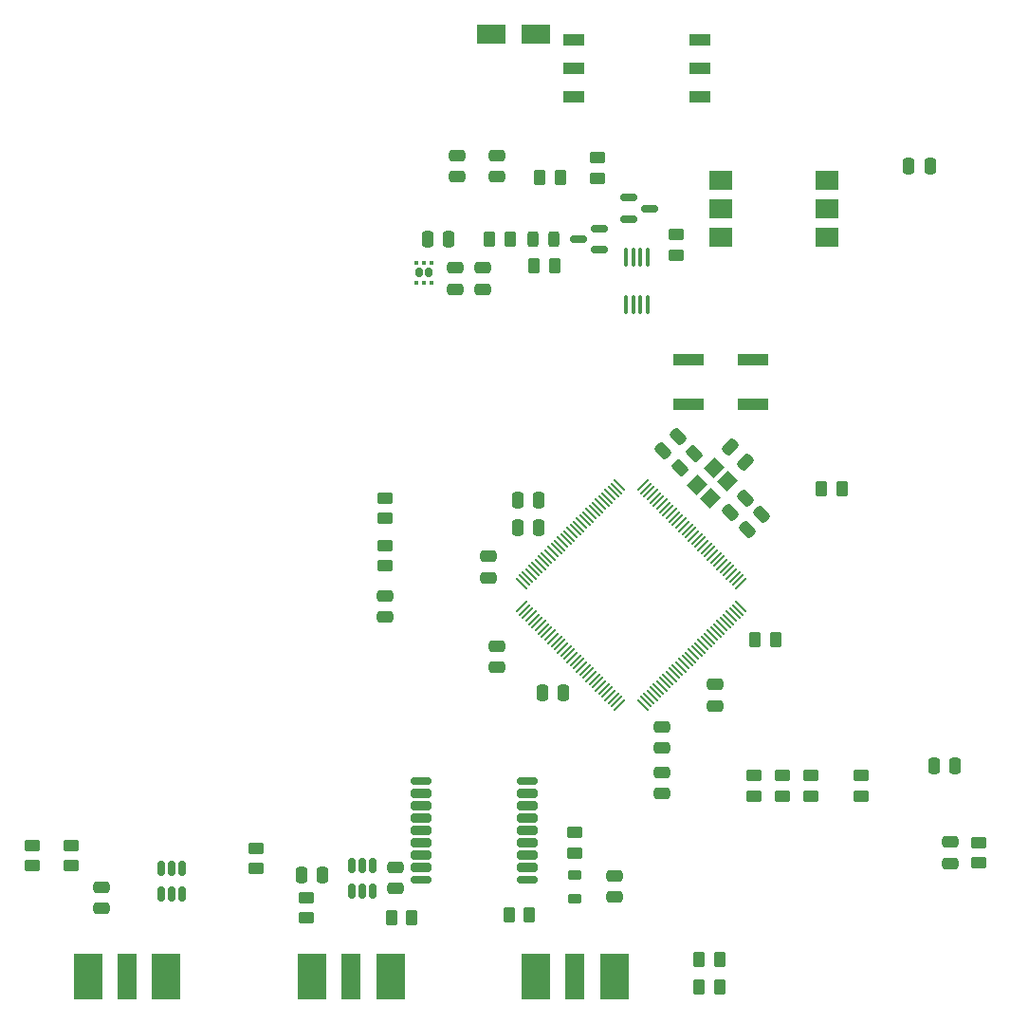
<source format=gbr>
%TF.GenerationSoftware,KiCad,Pcbnew,6.0.2+dfsg-1*%
%TF.CreationDate,2023-05-23T16:54:32-05:00*%
%TF.ProjectId,ethernet,65746865-726e-4657-942e-6b696361645f,rev?*%
%TF.SameCoordinates,Original*%
%TF.FileFunction,Paste,Top*%
%TF.FilePolarity,Positive*%
%FSLAX46Y46*%
G04 Gerber Fmt 4.6, Leading zero omitted, Abs format (unit mm)*
G04 Created by KiCad (PCBNEW 6.0.2+dfsg-1) date 2023-05-23 16:54:32*
%MOMM*%
%LPD*%
G01*
G04 APERTURE LIST*
G04 Aperture macros list*
%AMRoundRect*
0 Rectangle with rounded corners*
0 $1 Rounding radius*
0 $2 $3 $4 $5 $6 $7 $8 $9 X,Y pos of 4 corners*
0 Add a 4 corners polygon primitive as box body*
4,1,4,$2,$3,$4,$5,$6,$7,$8,$9,$2,$3,0*
0 Add four circle primitives for the rounded corners*
1,1,$1+$1,$2,$3*
1,1,$1+$1,$4,$5*
1,1,$1+$1,$6,$7*
1,1,$1+$1,$8,$9*
0 Add four rect primitives between the rounded corners*
20,1,$1+$1,$2,$3,$4,$5,0*
20,1,$1+$1,$4,$5,$6,$7,0*
20,1,$1+$1,$6,$7,$8,$9,0*
20,1,$1+$1,$8,$9,$2,$3,0*%
%AMRotRect*
0 Rectangle, with rotation*
0 The origin of the aperture is its center*
0 $1 length*
0 $2 width*
0 $3 Rotation angle, in degrees counterclockwise*
0 Add horizontal line*
21,1,$1,$2,0,0,$3*%
G04 Aperture macros list end*
%ADD10RoundRect,0.150000X-0.150000X0.512500X-0.150000X-0.512500X0.150000X-0.512500X0.150000X0.512500X0*%
%ADD11RoundRect,0.250000X0.450000X-0.262500X0.450000X0.262500X-0.450000X0.262500X-0.450000X-0.262500X0*%
%ADD12RoundRect,0.250000X0.250000X0.475000X-0.250000X0.475000X-0.250000X-0.475000X0.250000X-0.475000X0*%
%ADD13R,1.780000X4.190000*%
%ADD14R,2.665000X4.190000*%
%ADD15RoundRect,0.250000X-0.450000X0.262500X-0.450000X-0.262500X0.450000X-0.262500X0.450000X0.262500X0*%
%ADD16RoundRect,0.250000X0.132583X-0.503814X0.503814X-0.132583X-0.132583X0.503814X-0.503814X0.132583X0*%
%ADD17RoundRect,0.243750X-0.243750X-0.456250X0.243750X-0.456250X0.243750X0.456250X-0.243750X0.456250X0*%
%ADD18RoundRect,0.250000X0.159099X-0.512652X0.512652X-0.159099X-0.159099X0.512652X-0.512652X0.159099X0*%
%ADD19RoundRect,0.250000X0.262500X0.450000X-0.262500X0.450000X-0.262500X-0.450000X0.262500X-0.450000X0*%
%ADD20RoundRect,0.218750X-0.381250X0.218750X-0.381250X-0.218750X0.381250X-0.218750X0.381250X0.218750X0*%
%ADD21RoundRect,0.250000X-0.262500X-0.450000X0.262500X-0.450000X0.262500X0.450000X-0.262500X0.450000X0*%
%ADD22RoundRect,0.250000X-0.475000X0.250000X-0.475000X-0.250000X0.475000X-0.250000X0.475000X0.250000X0*%
%ADD23RoundRect,0.250000X0.475000X-0.250000X0.475000X0.250000X-0.475000X0.250000X-0.475000X-0.250000X0*%
%ADD24RoundRect,0.150000X-0.587500X-0.150000X0.587500X-0.150000X0.587500X0.150000X-0.587500X0.150000X0*%
%ADD25RoundRect,0.160000X0.160000X-0.245000X0.160000X0.245000X-0.160000X0.245000X-0.160000X-0.245000X0*%
%ADD26RoundRect,0.093750X0.106250X-0.093750X0.106250X0.093750X-0.106250X0.093750X-0.106250X-0.093750X0*%
%ADD27R,1.830000X1.090000*%
%ADD28RoundRect,0.054500X-0.860500X-0.490500X0.860500X-0.490500X0.860500X0.490500X-0.860500X0.490500X0*%
%ADD29RotRect,1.400000X1.200000X45.000000*%
%ADD30R,2.800000X1.000000*%
%ADD31R,2.000000X1.780000*%
%ADD32RoundRect,0.050000X-0.450781X-0.521491X0.521491X0.450781X0.450781X0.521491X-0.521491X-0.450781X0*%
%ADD33RoundRect,0.050000X0.450781X-0.521491X0.521491X-0.450781X-0.450781X0.521491X-0.521491X0.450781X0*%
%ADD34RoundRect,0.100000X0.100000X-0.712500X0.100000X0.712500X-0.100000X0.712500X-0.100000X-0.712500X0*%
%ADD35RoundRect,0.150000X0.587500X0.150000X-0.587500X0.150000X-0.587500X-0.150000X0.587500X-0.150000X0*%
%ADD36RoundRect,0.175000X-0.725000X-0.175000X0.725000X-0.175000X0.725000X0.175000X-0.725000X0.175000X0*%
%ADD37RoundRect,0.200000X-0.700000X-0.200000X0.700000X-0.200000X0.700000X0.200000X-0.700000X0.200000X0*%
%ADD38R,2.500000X1.800000*%
%ADD39RoundRect,0.250000X0.512652X0.159099X0.159099X0.512652X-0.512652X-0.159099X-0.159099X-0.512652X0*%
%ADD40RoundRect,0.250000X-0.250000X-0.475000X0.250000X-0.475000X0.250000X0.475000X-0.250000X0.475000X0*%
G04 APERTURE END LIST*
D10*
%TO.C,U5*%
X81950000Y-127362500D03*
X81000000Y-127362500D03*
X80050000Y-127362500D03*
X80050000Y-129637500D03*
X81000000Y-129637500D03*
X81950000Y-129637500D03*
%TD*%
D11*
%TO.C,R27*%
X72000000Y-127162500D03*
X72000000Y-125337500D03*
%TD*%
D12*
%TO.C,C16*%
X113750000Y-97000000D03*
X111850000Y-97000000D03*
%TD*%
D13*
%TO.C,J2*%
X117000000Y-137000000D03*
D14*
X113507500Y-137000000D03*
X120492500Y-137000000D03*
%TD*%
D15*
%TO.C,R4*%
X133000000Y-119087500D03*
X133000000Y-120912500D03*
%TD*%
D16*
%TO.C,R5*%
X126354765Y-91645235D03*
X127645235Y-90354765D03*
%TD*%
D17*
%TO.C,D7*%
X113250000Y-71250000D03*
X115125000Y-71250000D03*
%TD*%
D15*
%TO.C,R17*%
X119000000Y-64000000D03*
X119000000Y-65825000D03*
%TD*%
D18*
%TO.C,C1*%
X130828249Y-95671751D03*
X132171751Y-94328249D03*
%TD*%
D19*
%TO.C,R7*%
X115162500Y-73662500D03*
X113337500Y-73662500D03*
%TD*%
D12*
%TO.C,C9*%
X94450000Y-128000000D03*
X92550000Y-128000000D03*
%TD*%
D20*
%TO.C,L1*%
X117000000Y-127937500D03*
X117000000Y-130062500D03*
%TD*%
D12*
%TO.C,C4*%
X115950000Y-111750000D03*
X114050000Y-111750000D03*
%TD*%
D11*
%TO.C,R1*%
X142500000Y-120912500D03*
X142500000Y-119087500D03*
%TD*%
D21*
%TO.C,R11*%
X139000000Y-93500000D03*
X140825000Y-93500000D03*
%TD*%
D22*
%TO.C,C18*%
X100000000Y-103050000D03*
X100000000Y-104950000D03*
%TD*%
D10*
%TO.C,U4*%
X98950000Y-127112500D03*
X98000000Y-127112500D03*
X97050000Y-127112500D03*
X97050000Y-129387500D03*
X98000000Y-129387500D03*
X98950000Y-129387500D03*
%TD*%
D23*
%TO.C,C23*%
X110000000Y-65700000D03*
X110000000Y-63800000D03*
%TD*%
D19*
%TO.C,R12*%
X115662500Y-65750000D03*
X113837500Y-65750000D03*
%TD*%
D21*
%TO.C,R19*%
X111087500Y-131500000D03*
X112912500Y-131500000D03*
%TD*%
D22*
%TO.C,C10*%
X124750000Y-114750000D03*
X124750000Y-116650000D03*
%TD*%
D15*
%TO.C,R2*%
X138000000Y-119087500D03*
X138000000Y-120912500D03*
%TD*%
D19*
%TO.C,R23*%
X102412500Y-131750000D03*
X100587500Y-131750000D03*
%TD*%
D24*
%TO.C,Q2*%
X121812500Y-67550000D03*
X121812500Y-69450000D03*
X123687500Y-68500000D03*
%TD*%
D21*
%TO.C,R14*%
X128087500Y-135500000D03*
X129912500Y-135500000D03*
%TD*%
D13*
%TO.C,J6*%
X77000000Y-137000000D03*
D14*
X80492500Y-137000000D03*
X73507500Y-137000000D03*
%TD*%
D25*
%TO.C,U3*%
X103900000Y-74250000D03*
X103100000Y-74250000D03*
D26*
X102850000Y-75137500D03*
X103500000Y-75137500D03*
X104150000Y-75137500D03*
X104150000Y-73362500D03*
X103500000Y-73362500D03*
X102850000Y-73362500D03*
%TD*%
D22*
%TO.C,C8*%
X101000000Y-127300000D03*
X101000000Y-129200000D03*
%TD*%
D23*
%TO.C,C22*%
X106500000Y-65700000D03*
X106500000Y-63800000D03*
%TD*%
D27*
%TO.C,TR1*%
X116880000Y-53460000D03*
D28*
X116880000Y-56000000D03*
X116880000Y-58540000D03*
X128120000Y-58540000D03*
X128120000Y-56000000D03*
X128120000Y-53460000D03*
%TD*%
D22*
%TO.C,C25*%
X110000000Y-107550000D03*
X110000000Y-109450000D03*
%TD*%
D13*
%TO.C,J5*%
X97000000Y-137000000D03*
D14*
X100492500Y-137000000D03*
X93507500Y-137000000D03*
%TD*%
D29*
%TO.C,Y1*%
X129073223Y-94378858D03*
X130628858Y-92823223D03*
X129426777Y-91621142D03*
X127871142Y-93176777D03*
%TD*%
D22*
%TO.C,C19*%
X108750000Y-73800000D03*
X108750000Y-75700000D03*
%TD*%
D15*
%TO.C,R20*%
X100000000Y-94337500D03*
X100000000Y-96162500D03*
%TD*%
D22*
%TO.C,C3*%
X106250000Y-73800000D03*
X106250000Y-75700000D03*
%TD*%
D11*
%TO.C,R3*%
X135500000Y-120912500D03*
X135500000Y-119087500D03*
%TD*%
%TO.C,R25*%
X93000000Y-131825000D03*
X93000000Y-130000000D03*
%TD*%
D12*
%TO.C,C20*%
X105700000Y-71250000D03*
X103800000Y-71250000D03*
%TD*%
D23*
%TO.C,C7*%
X109250000Y-101450000D03*
X109250000Y-99550000D03*
%TD*%
D19*
%TO.C,R9*%
X134912500Y-107000000D03*
X133087500Y-107000000D03*
%TD*%
D30*
%TO.C,SW1*%
X132900000Y-82000000D03*
X127100000Y-82000000D03*
X132900000Y-86000000D03*
X127100000Y-86000000D03*
%TD*%
D22*
%TO.C,C5*%
X129500000Y-111000000D03*
X129500000Y-112900000D03*
%TD*%
D23*
%TO.C,C12*%
X124750000Y-120700000D03*
X124750000Y-118800000D03*
%TD*%
D18*
%TO.C,C15*%
X132328249Y-97171751D03*
X133671751Y-95828249D03*
%TD*%
D31*
%TO.C,U7*%
X129985000Y-65960000D03*
X129985000Y-68500000D03*
X129985000Y-71040000D03*
X139515000Y-71040000D03*
X139515000Y-68500000D03*
X139515000Y-65960000D03*
%TD*%
D18*
%TO.C,C11*%
X124828249Y-90171751D03*
X126171751Y-88828249D03*
%TD*%
D32*
%TO.C,U1*%
X112197732Y-104034144D03*
X112480575Y-104316986D03*
X112763418Y-104599829D03*
X113046260Y-104882672D03*
X113329103Y-105165515D03*
X113611946Y-105448357D03*
X113894789Y-105731200D03*
X114177631Y-106014043D03*
X114460474Y-106296885D03*
X114743317Y-106579728D03*
X115026159Y-106862571D03*
X115309002Y-107145414D03*
X115591845Y-107428256D03*
X115874688Y-107711099D03*
X116157530Y-107993942D03*
X116440373Y-108276784D03*
X116723216Y-108559627D03*
X117006058Y-108842470D03*
X117288901Y-109125312D03*
X117571744Y-109408155D03*
X117854586Y-109690998D03*
X118137429Y-109973841D03*
X118420272Y-110256683D03*
X118703115Y-110539526D03*
X118985957Y-110822369D03*
X119268800Y-111105211D03*
X119551643Y-111388054D03*
X119834485Y-111670897D03*
X120117328Y-111953740D03*
X120400171Y-112236582D03*
X120683014Y-112519425D03*
X120965856Y-112802268D03*
D33*
X123034144Y-112802268D03*
X123316986Y-112519425D03*
X123599829Y-112236582D03*
X123882672Y-111953740D03*
X124165515Y-111670897D03*
X124448357Y-111388054D03*
X124731200Y-111105211D03*
X125014043Y-110822369D03*
X125296885Y-110539526D03*
X125579728Y-110256683D03*
X125862571Y-109973841D03*
X126145414Y-109690998D03*
X126428256Y-109408155D03*
X126711099Y-109125312D03*
X126993942Y-108842470D03*
X127276784Y-108559627D03*
X127559627Y-108276784D03*
X127842470Y-107993942D03*
X128125312Y-107711099D03*
X128408155Y-107428256D03*
X128690998Y-107145414D03*
X128973841Y-106862571D03*
X129256683Y-106579728D03*
X129539526Y-106296885D03*
X129822369Y-106014043D03*
X130105211Y-105731200D03*
X130388054Y-105448357D03*
X130670897Y-105165515D03*
X130953740Y-104882672D03*
X131236582Y-104599829D03*
X131519425Y-104316986D03*
X131802268Y-104034144D03*
D32*
X131802268Y-101965856D03*
X131519425Y-101683014D03*
X131236582Y-101400171D03*
X130953740Y-101117328D03*
X130670897Y-100834485D03*
X130388054Y-100551643D03*
X130105211Y-100268800D03*
X129822369Y-99985957D03*
X129539526Y-99703115D03*
X129256683Y-99420272D03*
X128973841Y-99137429D03*
X128690998Y-98854586D03*
X128408155Y-98571744D03*
X128125312Y-98288901D03*
X127842470Y-98006058D03*
X127559627Y-97723216D03*
X127276784Y-97440373D03*
X126993942Y-97157530D03*
X126711099Y-96874688D03*
X126428256Y-96591845D03*
X126145414Y-96309002D03*
X125862571Y-96026159D03*
X125579728Y-95743317D03*
X125296885Y-95460474D03*
X125014043Y-95177631D03*
X124731200Y-94894789D03*
X124448357Y-94611946D03*
X124165515Y-94329103D03*
X123882672Y-94046260D03*
X123599829Y-93763418D03*
X123316986Y-93480575D03*
X123034144Y-93197732D03*
D33*
X120965856Y-93197732D03*
X120683014Y-93480575D03*
X120400171Y-93763418D03*
X120117328Y-94046260D03*
X119834485Y-94329103D03*
X119551643Y-94611946D03*
X119268800Y-94894789D03*
X118985957Y-95177631D03*
X118703115Y-95460474D03*
X118420272Y-95743317D03*
X118137429Y-96026159D03*
X117854586Y-96309002D03*
X117571744Y-96591845D03*
X117288901Y-96874688D03*
X117006058Y-97157530D03*
X116723216Y-97440373D03*
X116440373Y-97723216D03*
X116157530Y-98006058D03*
X115874688Y-98288901D03*
X115591845Y-98571744D03*
X115309002Y-98854586D03*
X115026159Y-99137429D03*
X114743317Y-99420272D03*
X114460474Y-99703115D03*
X114177631Y-99985957D03*
X113894789Y-100268800D03*
X113611946Y-100551643D03*
X113329103Y-100834485D03*
X113046260Y-101117328D03*
X112763418Y-101400171D03*
X112480575Y-101683014D03*
X112197732Y-101965856D03*
%TD*%
D11*
%TO.C,R24*%
X88500000Y-127412500D03*
X88500000Y-125587500D03*
%TD*%
D34*
%TO.C,U6*%
X121525000Y-77112500D03*
X122175000Y-77112500D03*
X122825000Y-77112500D03*
X123475000Y-77112500D03*
X123475000Y-72887500D03*
X122825000Y-72887500D03*
X122175000Y-72887500D03*
X121525000Y-72887500D03*
%TD*%
D35*
%TO.C,Q1*%
X119187500Y-72200000D03*
X119187500Y-70300000D03*
X117312500Y-71250000D03*
%TD*%
D11*
%TO.C,R26*%
X68500000Y-127162500D03*
X68500000Y-125337500D03*
%TD*%
D15*
%TO.C,R16*%
X100000000Y-98587500D03*
X100000000Y-100412500D03*
%TD*%
D12*
%TO.C,C24*%
X150950000Y-118250000D03*
X149050000Y-118250000D03*
%TD*%
D36*
%TO.C,U2*%
X103250000Y-119600000D03*
D37*
X103250000Y-120700000D03*
X103250000Y-121800000D03*
X103250000Y-122900000D03*
X103250000Y-124000000D03*
X103250000Y-125100000D03*
X103250000Y-126200000D03*
X103250000Y-127300000D03*
D36*
X103250000Y-128400000D03*
X112750000Y-128400000D03*
D37*
X112750000Y-127300000D03*
X112750000Y-126200000D03*
X112750000Y-125100000D03*
X112750000Y-124000000D03*
X112750000Y-122900000D03*
X112750000Y-121800000D03*
X112750000Y-120700000D03*
D36*
X112750000Y-119600000D03*
%TD*%
D38*
%TO.C,D9*%
X109500000Y-53000000D03*
X113500000Y-53000000D03*
%TD*%
D12*
%TO.C,C17*%
X113750000Y-94500000D03*
X111850000Y-94500000D03*
%TD*%
D15*
%TO.C,R8*%
X153000000Y-125087500D03*
X153000000Y-126912500D03*
%TD*%
D22*
%TO.C,C14*%
X120500000Y-128050000D03*
X120500000Y-129950000D03*
%TD*%
D11*
%TO.C,R15*%
X126000000Y-72662500D03*
X126000000Y-70837500D03*
%TD*%
D39*
%TO.C,C2*%
X132171751Y-91171751D03*
X130828249Y-89828249D03*
%TD*%
D23*
%TO.C,C13*%
X150500000Y-126950000D03*
X150500000Y-125050000D03*
%TD*%
D15*
%TO.C,R10*%
X117000000Y-124175000D03*
X117000000Y-126000000D03*
%TD*%
D21*
%TO.C,R6*%
X109337500Y-71250000D03*
X111162500Y-71250000D03*
%TD*%
D22*
%TO.C,C6*%
X74750000Y-129050000D03*
X74750000Y-130950000D03*
%TD*%
D40*
%TO.C,C21*%
X146800000Y-64750000D03*
X148700000Y-64750000D03*
%TD*%
D21*
%TO.C,R13*%
X128087500Y-138000000D03*
X129912500Y-138000000D03*
%TD*%
M02*

</source>
